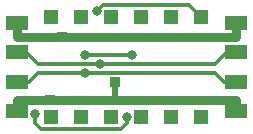
<source format=gtl>
G75*
%MOIN*%
%OFA0B0*%
%FSLAX25Y25*%
%IPPOS*%
%LPD*%
%AMOC8*
5,1,8,0,0,1.08239X$1,22.5*
%
%ADD10R,0.04500X0.04500*%
%ADD11R,0.05000X0.05000*%
%ADD12R,0.07500X0.05000*%
%ADD13C,0.03175*%
%ADD14C,0.01181*%
%ADD15R,0.03175X0.03175*%
%ADD16C,0.03150*%
%ADD17C,0.01969*%
D10*
X0021250Y0009833D03*
X0031250Y0009833D03*
X0041250Y0009833D03*
X0051250Y0009833D03*
X0061250Y0009833D03*
X0071250Y0009833D03*
X0071250Y0043297D03*
X0061250Y0043297D03*
X0051250Y0043297D03*
X0041250Y0043297D03*
X0031250Y0043297D03*
X0021250Y0043297D03*
D11*
X0009921Y0041417D03*
X0009921Y0031575D03*
X0009921Y0021732D03*
X0009921Y0011890D03*
X0082756Y0011890D03*
X0082756Y0021732D03*
X0082756Y0031575D03*
X0082756Y0041417D03*
D12*
X0082756Y0041417D03*
X0082756Y0031575D03*
X0082756Y0021732D03*
X0082756Y0011890D03*
X0009921Y0011890D03*
X0009921Y0021732D03*
X0009921Y0031575D03*
X0009921Y0041417D03*
D13*
X0032559Y0030591D03*
X0037480Y0027638D03*
X0032559Y0024685D03*
X0048307Y0030591D03*
X0036496Y0045354D03*
X0015827Y0010906D03*
X0046339Y0009921D03*
D14*
X0017795Y0005984D02*
X0015827Y0007953D01*
X0015827Y0010906D01*
X0017795Y0005984D02*
X0044370Y0005984D01*
X0046339Y0007953D01*
X0046339Y0009921D01*
X0032559Y0024685D02*
X0075866Y0024685D01*
X0078819Y0021732D01*
X0082756Y0021732D01*
X0075866Y0027638D02*
X0079803Y0031575D01*
X0082756Y0031575D01*
X0075866Y0027638D02*
X0037480Y0027638D01*
X0016811Y0027638D01*
X0012874Y0031575D01*
X0009921Y0031575D01*
X0016811Y0024685D02*
X0013858Y0021732D01*
X0009921Y0021732D01*
X0016811Y0024685D02*
X0032559Y0024685D01*
X0032559Y0030591D02*
X0048307Y0030591D01*
X0067008Y0047323D02*
X0071033Y0043297D01*
X0071250Y0043297D01*
X0067008Y0047323D02*
X0038465Y0047323D01*
X0036496Y0045354D01*
D15*
X0024685Y0036496D03*
X0042402Y0021732D03*
X0020748Y0015827D03*
D16*
X0009921Y0015827D01*
X0009921Y0011890D01*
X0020748Y0015827D02*
X0041417Y0015827D01*
X0082756Y0015827D01*
X0082756Y0011890D01*
X0082756Y0036496D02*
X0082756Y0041417D01*
X0082756Y0036496D02*
X0024685Y0036496D01*
X0009921Y0036496D01*
X0009921Y0041417D01*
D17*
X0042402Y0021732D02*
X0042402Y0016811D01*
X0041417Y0015827D01*
M02*

</source>
